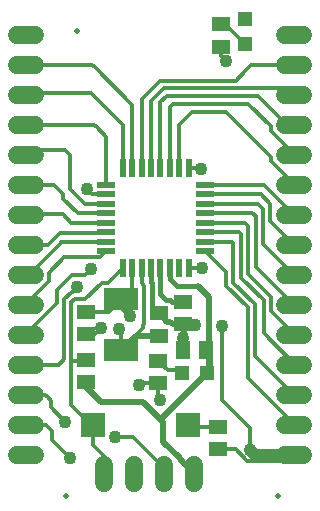
<source format=gbr>
G04 EAGLE Gerber X2 export*
%TF.Part,Single*%
%TF.FileFunction,Copper,L1,Top,Mixed*%
%TF.FilePolarity,Positive*%
%TF.GenerationSoftware,Autodesk,EAGLE,9.6.2*%
%TF.CreationDate,2022-05-02T11:32:10Z*%
G75*
%MOMM*%
%FSLAX46Y46*%
%LPD*%
%INTop Copper*%
%AMOC8*
5,1,8,0,0,1.08239X$1,22.5*%
G01*
%ADD10R,1.500000X1.300000*%
%ADD11R,1.300000X1.500000*%
%ADD12C,1.524000*%
%ADD13R,1.200000X1.200000*%
%ADD14R,2.000000X2.000000*%
%ADD15R,0.550000X1.500000*%
%ADD16R,1.500000X0.550000*%
%ADD17R,2.950000X1.950000*%
%ADD18C,0.508000*%
%ADD19C,0.406400*%
%ADD20C,1.106400*%
%ADD21C,1.016000*%
%ADD22C,0.304800*%
%ADD23C,0.300000*%
%ADD24C,0.508000*%


D10*
X27311400Y7656700D03*
X27311400Y5756700D03*
D11*
X26251400Y14106700D03*
X24351400Y14106700D03*
D10*
X16081400Y17366700D03*
X16081400Y15466700D03*
X22271400Y15346700D03*
X22271400Y17246700D03*
X24341400Y18216700D03*
X24341400Y16316700D03*
D12*
X25261400Y4448700D02*
X25261400Y2924700D01*
X22721400Y2924700D02*
X22721400Y4448700D01*
X20181400Y4448700D02*
X20181400Y2924700D01*
X17641400Y2924700D02*
X17641400Y4448700D01*
X32970200Y40844800D02*
X34494200Y40844800D01*
X34494200Y38304800D02*
X32970200Y38304800D01*
X32970200Y35764800D02*
X34494200Y35764800D01*
X34494200Y33224800D02*
X32970200Y33224800D01*
X32970200Y30684800D02*
X34494200Y30684800D01*
X34494200Y28144800D02*
X32970200Y28144800D01*
X32970200Y25604800D02*
X34494200Y25604800D01*
X34494200Y23064800D02*
X32970200Y23064800D01*
X32970200Y20524800D02*
X34494200Y20524800D01*
X34494200Y17984800D02*
X32970200Y17984800D01*
X32970200Y15444800D02*
X34494200Y15444800D01*
X34494200Y12904800D02*
X32970200Y12904800D01*
X32970200Y10364800D02*
X34494200Y10364800D01*
X34494200Y7824800D02*
X32970200Y7824800D01*
X32970200Y5284800D02*
X34494200Y5284800D01*
X11760200Y40843200D02*
X10236200Y40843200D01*
X10236200Y38303200D02*
X11760200Y38303200D01*
X11760200Y35763200D02*
X10236200Y35763200D01*
X10236200Y33223200D02*
X11760200Y33223200D01*
X11760200Y30683200D02*
X10236200Y30683200D01*
X10236200Y28143200D02*
X11760200Y28143200D01*
X11760200Y25603200D02*
X10236200Y25603200D01*
X10236200Y23063200D02*
X11760200Y23063200D01*
X11760200Y20523200D02*
X10236200Y20523200D01*
X10236200Y17983200D02*
X11760200Y17983200D01*
X11760200Y15443200D02*
X10236200Y15443200D01*
X10236200Y12903200D02*
X11760200Y12903200D01*
X11760200Y10363200D02*
X10236200Y10363200D01*
X10236200Y7823200D02*
X11760200Y7823200D01*
X11760200Y5283200D02*
X10236200Y5283200D01*
D13*
X24241400Y12216700D03*
X26341400Y12216700D03*
X29571400Y40036700D03*
X29571400Y42136700D03*
D10*
X16091400Y13316700D03*
X16091400Y11416700D03*
X27511400Y39826700D03*
X27511400Y41726700D03*
X22231400Y11316700D03*
X22231400Y13216700D03*
D14*
X16731400Y7816700D03*
X24731400Y7816700D03*
D15*
X19211400Y21126700D03*
X20011400Y21126700D03*
X20811400Y21126700D03*
X21611400Y21126700D03*
X22411400Y21126700D03*
X23211400Y21126700D03*
X24011400Y21126700D03*
X24811400Y21126700D03*
D16*
X26211400Y22526700D03*
X26211400Y23326700D03*
X26211400Y24126700D03*
X26211400Y24926700D03*
X26211400Y25726700D03*
X26211400Y26526700D03*
X26211400Y27326700D03*
X26211400Y28126700D03*
D15*
X24811400Y29526700D03*
X24011400Y29526700D03*
X23211400Y29526700D03*
X22411400Y29526700D03*
X21611400Y29526700D03*
X20811400Y29526700D03*
X20011400Y29526700D03*
X19211400Y29526700D03*
D16*
X17811400Y28126700D03*
X17811400Y27326700D03*
X17811400Y26526700D03*
X17811400Y25726700D03*
X17811400Y24926700D03*
X17811400Y24126700D03*
X17811400Y23326700D03*
X17811400Y22526700D03*
D17*
X19101400Y18426700D03*
X19101400Y14126700D03*
D18*
X14400000Y1810000D03*
X32330000Y1800000D03*
X15320000Y41150000D03*
D19*
X22411400Y21126700D02*
X22411400Y18849900D01*
X22861400Y18399900D01*
X23229831Y18399900D01*
X23413031Y18216700D01*
X24341400Y18216700D01*
D20*
X29988200Y5666700D03*
D21*
X30420900Y5234000D01*
X33248700Y5234000D01*
D22*
X27511400Y39056700D02*
X27511400Y39826700D01*
X27511400Y39056700D02*
X27921400Y38646700D01*
D20*
X27921400Y38646700D03*
D23*
X27311400Y5756700D02*
X28771400Y5756700D01*
X29761400Y4766700D01*
X32781400Y4766700D01*
X33248700Y5234000D01*
D24*
X24341400Y16316700D02*
X23484875Y16316700D01*
X23250875Y16550700D01*
X22967400Y16550700D01*
X22271400Y17246700D01*
X24341400Y14116700D02*
X24351400Y14106700D01*
X24341400Y14116700D02*
X24341400Y15196700D01*
X24371400Y15226700D02*
X24371400Y16286700D01*
X24341400Y16316700D01*
X24371400Y15226700D02*
X24341400Y15196700D01*
D19*
X21611400Y19926863D02*
X21611400Y21126700D01*
X21611400Y19926863D02*
X21679600Y19858663D01*
X21679600Y17838500D01*
X22271400Y17246700D01*
D22*
X16833200Y15466700D02*
X16081400Y15466700D01*
X16833200Y15466700D02*
X17371400Y16004900D01*
D20*
X17371400Y16004900D03*
X24341400Y15196700D03*
D22*
X24341400Y16316700D02*
X25289200Y16316700D01*
X25369200Y16236700D01*
D20*
X25369200Y16236700D03*
X27593600Y16176700D03*
D22*
X27593600Y9944500D01*
X29988200Y7549900D02*
X29988200Y5666700D01*
X29988200Y7549900D02*
X27593600Y9944500D01*
D21*
X33681400Y5234000D02*
X33732200Y5284800D01*
X33681400Y5234000D02*
X33248700Y5234000D01*
D23*
X16106400Y11401700D02*
X16091400Y11416700D01*
X26341400Y12216700D02*
X26476400Y12081700D01*
X26576400Y11981700D01*
X26476400Y13881700D02*
X26251400Y14106700D01*
X26476400Y13881700D02*
X26476400Y13766700D01*
X26476400Y12081700D01*
D24*
X26486400Y18641700D02*
X25561400Y19566700D01*
X26486400Y18641700D02*
X26486400Y13776700D01*
X26476400Y13766700D01*
X26576400Y13781700D02*
X26251400Y14106700D01*
X26576400Y13781700D02*
X26576400Y11981700D01*
X24037400Y4910700D02*
X25261400Y3686700D01*
X24037400Y4910700D02*
X24037400Y4993806D01*
X22661400Y6369806D02*
X22661400Y8066700D01*
X22661400Y6369806D02*
X24037400Y4993806D01*
X22661400Y8066700D02*
X22411400Y8316700D01*
X20961400Y9766700D01*
X17361400Y9766700D01*
X16106400Y11021700D01*
X16106400Y11401700D01*
X22441400Y8316700D02*
X26341400Y12216700D01*
X22441400Y8316700D02*
X22411400Y8316700D01*
D19*
X23233200Y21104900D02*
X23211400Y21126700D01*
X23233200Y21104900D02*
X23233200Y20168269D01*
X23834769Y19566700D01*
X25561400Y19566700D01*
D22*
X29571400Y40036700D02*
X27881400Y41726700D01*
X27511400Y41726700D01*
X22231400Y13216700D02*
X23021400Y12426700D01*
X24031400Y12426700D02*
X24241400Y12216700D01*
X24031400Y12426700D02*
X23021400Y12426700D01*
D23*
X24811400Y29526700D02*
X25771400Y29526700D01*
X25851400Y29446700D01*
D20*
X25851400Y29446700D03*
X20561400Y11166700D03*
D23*
X20711400Y11316700D01*
X22231400Y11316700D01*
X22231400Y10082519D01*
X22414309Y9899609D01*
D20*
X22414309Y9899609D03*
X14373975Y8066700D03*
D23*
X13161400Y9279275D01*
X13161400Y9866700D01*
X12880800Y10147300D01*
D22*
X12664900Y10363200D01*
X10998200Y10363200D01*
D23*
X19101400Y18426700D02*
X20011400Y19336700D01*
X20011400Y21126700D01*
X19101400Y18426700D02*
X18041400Y17366700D01*
X16081400Y17366700D01*
D22*
X19101400Y17706700D02*
X19101400Y18426700D01*
X19101400Y17706700D02*
X19811400Y16996700D01*
D20*
X19811400Y16996700D03*
X16492975Y20987075D03*
D22*
X15986200Y20480300D01*
X10998200Y15492300D02*
X10998200Y15443200D01*
X10998200Y15492300D02*
X13669400Y18163500D01*
X14964863Y20480300D02*
X15986200Y20480300D01*
X14964863Y20480300D02*
X13669400Y19184838D01*
X13669400Y18163500D01*
D23*
X21026400Y17266700D02*
X21026400Y19588094D01*
X20811400Y19803094D01*
X20811400Y21126700D01*
X19601400Y14626700D02*
X19101400Y14126700D01*
X19601400Y14626700D02*
X20951400Y15976700D01*
X20951400Y16223094D01*
X21046400Y16318094D01*
X21046400Y17286700D01*
X21026400Y17266700D01*
D24*
X20321400Y15346700D02*
X22271400Y15346700D01*
X20321400Y15346700D02*
X19601400Y14626700D01*
D22*
X19101400Y14126700D02*
X19101400Y15706700D01*
X18871400Y15936700D01*
D20*
X18871400Y15936700D03*
X15381400Y19474700D03*
D22*
X14893494Y19073900D02*
X14274200Y18454606D01*
X14274200Y13346700D01*
X14980600Y19073900D02*
X15381400Y19474700D01*
X14980600Y19073900D02*
X14893494Y19073900D01*
X13830700Y12903200D02*
X10998200Y12903200D01*
X13830700Y12903200D02*
X14274200Y13346700D01*
D23*
X16531400Y7816700D02*
X16731400Y7816700D01*
X16051400Y13276700D02*
X16091400Y13316700D01*
X16731400Y7816700D02*
X16731400Y7596700D01*
X16731400Y6096700D01*
X17641400Y5186700D02*
X17641400Y3686700D01*
X17641400Y5186700D02*
X16731400Y6096700D01*
D22*
X17938800Y19854100D02*
X19211400Y21126700D01*
X17938800Y19854100D02*
X17439013Y19854100D01*
X16054013Y18469100D01*
X15144013Y18469100D02*
X14879000Y18204088D01*
X14879000Y13206700D01*
X14879000Y9449100D01*
X16731400Y7596700D01*
X16054013Y18469100D02*
X15144013Y18469100D01*
X16091400Y13316700D02*
X15981400Y13206700D01*
X14879000Y13206700D01*
X26211400Y28126700D02*
X31210300Y28126700D01*
X33732200Y25604800D01*
D23*
X30901400Y27326700D02*
X26211400Y27326700D01*
X31707400Y26520700D02*
X31707400Y25064669D01*
X31707400Y26520700D02*
X30901400Y27326700D01*
D22*
X31707400Y25064669D02*
X33707269Y23064800D01*
X33732200Y23064800D01*
D23*
X30647400Y26526700D02*
X26211400Y26526700D01*
X30647400Y26526700D02*
X31087400Y26086700D01*
X31087400Y23144669D01*
D22*
X33707269Y20524800D01*
X33732200Y20524800D01*
D23*
X30201400Y25726700D02*
X26211400Y25726700D01*
X30467400Y25460700D02*
X30467400Y22856138D01*
X30507400Y22816138D01*
X30467400Y25460700D02*
X30201400Y25726700D01*
D22*
X30507400Y22816138D02*
X30507400Y21209600D01*
X33732200Y17984800D01*
D23*
X29547400Y24926700D02*
X26211400Y24926700D01*
X29547400Y24926700D02*
X29847400Y24626700D01*
X29847400Y22687606D01*
X29857400Y22677606D01*
D22*
X29857400Y20602600D01*
X31800000Y18660000D01*
X31755800Y18487825D02*
X31755800Y17481775D01*
X31800000Y18532025D02*
X31800000Y18660000D01*
X31800000Y18532025D02*
X31755800Y18487825D01*
X33732200Y15505375D02*
X33732200Y15444800D01*
X33732200Y15505375D02*
X31755800Y17481775D01*
D23*
X29047400Y24126700D02*
X26211400Y24126700D01*
X29047400Y24126700D02*
X29227400Y23946700D01*
X29227400Y22349075D01*
D22*
X29227400Y20262600D01*
X33732200Y12965375D02*
X33732200Y12904800D01*
X31151000Y15546575D02*
X31151000Y18339000D01*
X31151000Y15546575D02*
X33732200Y12965375D01*
X31151000Y18339000D02*
X29227400Y20262600D01*
D23*
X28447400Y23326700D02*
X26211400Y23326700D01*
X28447400Y23326700D02*
X28597400Y23176700D01*
X28597400Y22140544D01*
D22*
X28597400Y19842600D01*
X30420000Y13677000D02*
X33732200Y10364800D01*
X30420000Y18020000D02*
X28597400Y19842600D01*
X30420000Y18020000D02*
X30420000Y13677000D01*
X27992600Y20745500D02*
X26211400Y22526700D01*
X27992600Y20745500D02*
X27992600Y19592081D01*
X29815200Y17769481D01*
X33732200Y7885375D02*
X33732200Y7824800D01*
X29815200Y11802375D02*
X29815200Y17769481D01*
X29815200Y11802375D02*
X33732200Y7885375D01*
D23*
X24011400Y29526700D02*
X24011400Y33216700D01*
X25061400Y34266700D01*
D22*
X27963300Y34266700D01*
X31755800Y30474200D02*
X31755800Y30181775D01*
X33732200Y28205375D02*
X33732200Y28144800D01*
X33732200Y28205375D02*
X31755800Y30181775D01*
X31755800Y30474200D02*
X27963300Y34266700D01*
D23*
X23211400Y34716700D02*
X23211400Y29526700D01*
X23211400Y34716700D02*
X23461400Y34966700D01*
D22*
X29866800Y34966700D01*
X31755800Y33077700D02*
X31755800Y32721775D01*
X33732200Y30745375D02*
X33732200Y30684800D01*
X33732200Y30745375D02*
X31755800Y32721775D01*
X31755800Y33077700D02*
X29866800Y34966700D01*
D23*
X22411400Y35149638D02*
X22411400Y29526700D01*
X22411400Y35149638D02*
X22954200Y35692438D01*
D22*
X30677763Y35692438D01*
X33145400Y33224800D02*
X33732200Y33224800D01*
X33145400Y33224800D02*
X30677763Y35692438D01*
D23*
X21611400Y35268169D02*
X21611400Y29526700D01*
X21611400Y35268169D02*
X22675666Y36332434D01*
D22*
X33164566Y36332434D01*
X33732200Y35764800D01*
D23*
X20811400Y35406700D02*
X20811400Y29526700D01*
X28776944Y36963500D02*
X29584844Y37771400D01*
X28776944Y36963500D02*
X22368200Y36963500D01*
X20811400Y35406700D01*
D22*
X29584844Y37771400D02*
X30118244Y38304800D01*
X33732200Y38304800D01*
D23*
X20011400Y34916700D02*
X20011400Y29526700D01*
X20011400Y34916700D02*
X16840800Y38087300D01*
D22*
X16624900Y38303200D01*
X10998200Y38303200D01*
D23*
X19211400Y33216700D02*
X19211400Y29526700D01*
X19211400Y33216700D02*
X16561400Y35866700D01*
D22*
X11101700Y35866700D01*
X10998200Y35763200D01*
D23*
X17811400Y32216700D02*
X17811400Y28126700D01*
X17811400Y32216700D02*
X17020800Y33007300D01*
D22*
X16804900Y33223200D01*
X10998200Y33223200D01*
D23*
X16620144Y27326700D02*
X17811400Y27326700D01*
X16620144Y27326700D02*
X16170772Y27776072D01*
D20*
X16170772Y27776072D03*
X18601400Y6796700D03*
D23*
X22721400Y4146700D02*
X22721400Y3686700D01*
X22721400Y4146700D02*
X20071400Y6796700D01*
X18601400Y6796700D01*
X17811400Y26526700D02*
X16001400Y26526700D01*
X14761400Y27766700D02*
X14761400Y30666700D01*
X14361400Y31066700D01*
X14761400Y27766700D02*
X16001400Y26526700D01*
D22*
X14361400Y31066700D02*
X11381700Y31066700D01*
X10998200Y30683200D01*
D23*
X14161400Y27357300D02*
X14161400Y26958169D01*
X15392869Y25726700D02*
X17811400Y25726700D01*
X15392869Y25726700D02*
X14161400Y26958169D01*
D22*
X14161400Y27357300D02*
X13375500Y28143200D01*
X10998200Y28143200D01*
D23*
X14864338Y24926700D02*
X17811400Y24926700D01*
X14864338Y24926700D02*
X14162869Y25628169D01*
D22*
X11023169Y25628169D01*
X10998200Y25603200D01*
X17738800Y24054100D02*
X17811400Y24126700D01*
X12905975Y23063200D02*
X10998200Y23063200D01*
X13896875Y24054100D02*
X17738800Y24054100D01*
X13896875Y24054100D02*
X12905975Y23063200D01*
D23*
X17760600Y23275900D02*
X17811400Y23326700D01*
X17760600Y23275900D02*
X14021400Y23275900D01*
D22*
X14021400Y23241600D01*
X11303000Y20523200D01*
X10998200Y20523200D01*
X17293800Y22009100D02*
X17811400Y22526700D01*
X17293800Y22009100D02*
X14287500Y22009100D01*
X12974600Y20696200D01*
X12974600Y20020175D01*
X10998200Y18043775D02*
X10998200Y17983200D01*
X10998200Y18043775D02*
X12974600Y20020175D01*
X24811400Y21126700D02*
X24821400Y21116700D01*
X25931400Y21116700D01*
D20*
X25931400Y21116700D03*
X14761400Y5006700D03*
D22*
X13261400Y6506700D01*
X13261400Y7256700D01*
X12694900Y7823200D02*
X10998200Y7823200D01*
X12694900Y7823200D02*
X13261400Y7256700D01*
D23*
X24891400Y7656700D02*
X27311400Y7656700D01*
X24891400Y7656700D02*
X24731400Y7816700D01*
M02*

</source>
